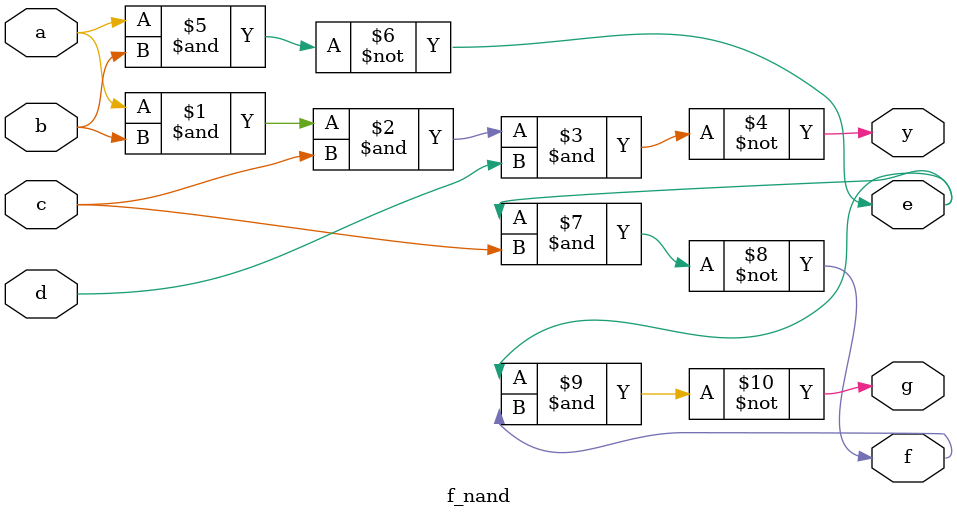
<source format=v>
`timescale 1ns / 1ps


module f_nand(
  input a,
  input b,
  input c,
  input d,
  output y,
  output e,
  output f,
  output g
    );
    
    
    assign y = ~(a & b & c & d); //(A)
    assign e = ~(a & b); //(B)
    assign f = ~(e & c);
    assign g = ~(e & f);
    
endmodule

</source>
